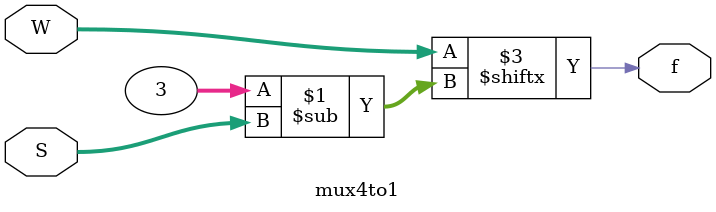
<source format=v>
module mux4to1 (W, S, f);
  input  [0:3] W;  
  input  [1:0] S;
  output f;
  assign f = W[S];
endmodule

</source>
